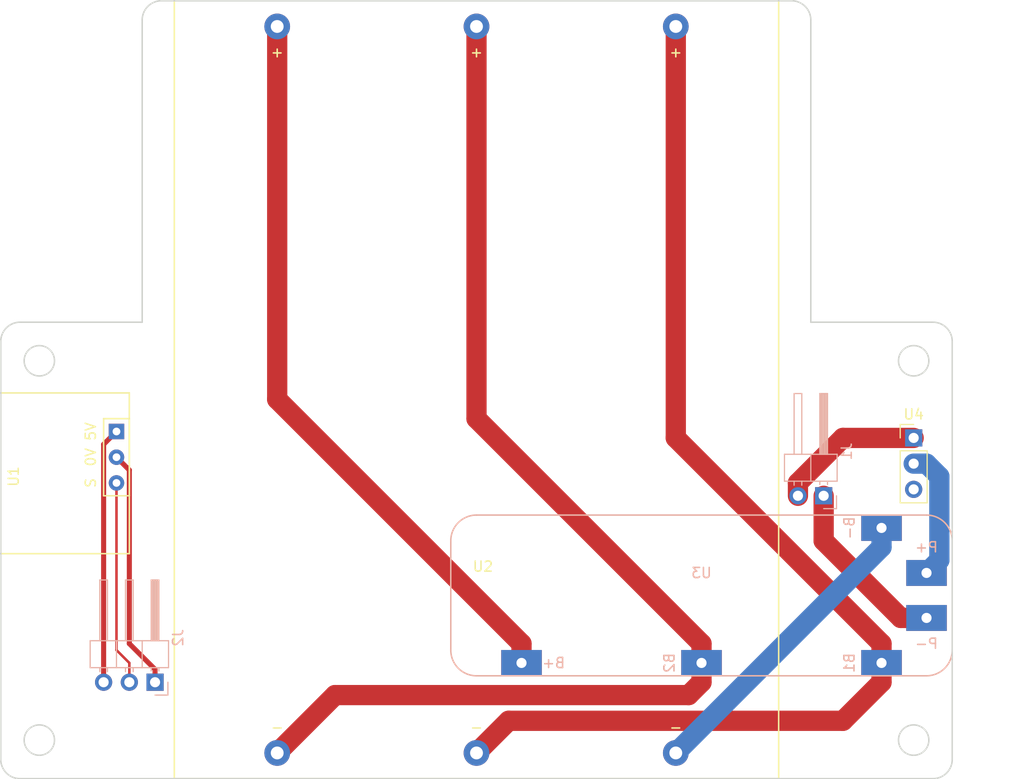
<source format=kicad_pcb>
(kicad_pcb (version 20211014) (generator pcbnew)
  (title_block (title "bigmax hat") (date "2019-05-03") (rev "v1") (company "mx"))
  (layers (0 "F.Cu" signal) (31 "B.Cu" signal) (34 "B.Paste" user) (35 "F.Paste" user) (36 "B.SilkS" user "B.Silkscreen") (37 "F.SilkS" user "F.Silkscreen") (38 "B.Mask" user) (39 "F.Mask" user) (44 "Edge.Cuts" user))
  (net 0 "")
  (net 1 "Net-(J1-Pad2)")
  (net 2 "Net-(J1-Pad1)")
  (net 3 "Net-(J2-Pad3)")
  (net 4 "Net-(J2-Pad2)")
  (net 5 "Net-(J2-Pad1)")
  (net 6 "/b+")
  (net 7 "/b1")
  (net 8 "/b2")
  (net 9 "/b-")
  (net 10 "Net-(U3-Pad1)")
  (footprint "bigmax:jsumo_micro_start" (layer "F.Cu") (at 116.84 86.995 -90)
    (fp_text reference "U1" (at 4.445 10.16 -90) (layer "F.SilkS"))
    (fp_text value "jsumo_micro_start")
    (fp_text user "5V" (at 0 2.54 -90) (layer "F.SilkS"))
    (fp_text user "S" (at 5.08 2.54 -90) (layer "F.SilkS"))
    (fp_text user "0V" (at 2.54 2.54 -90) (layer "F.SilkS"))
    (fp_line (start 12.065 -1.27) (end -3.81 -1.27) (layer "F.SilkS") (width 0.15))
    (fp_line (start 12.065 11.43) (end -3.81 11.43) (layer "F.SilkS") (width 0.15))
    (fp_line (start 6.35 1.27) (end 6.35 -1.27) (layer "F.SilkS") (width 0.15))
    (fp_line (start -1.27 -1.27) (end -1.27 1.27) (layer "F.SilkS") (width 0.15))
    (fp_line (start -1.27 1.27) (end 6.35 1.27) (layer "F.SilkS") (width 0.15))
    (fp_line (start 6.35 -1.27) (end -1.27 -1.27) (layer "F.SilkS") (width 0.15))
    (fp_line (start -3.81 -1.27) (end -3.81 11.43) (layer "F.SilkS") (width 0.15))
    (fp_line (start 12.065 -1.27) (end 12.065 11.43) (layer "F.SilkS") (width 0.15))
    (pad "1" thru_hole rect locked (at 0 0 270) (size 1.524 1.524) (drill 0.762) (layers *.Cu *.Mask) (net 3 "Net-(J2-Pad3)"))
    (pad "2" thru_hole circle locked (at 2.54 0 270) (size 1.524 1.524) (drill 0.762) (layers *.Cu *.Mask) (net 5 "Net-(J2-Pad1)"))
    (pad "3" thru_hole circle locked (at 5.08 0 270) (size 1.524 1.524) (drill 0.762) (layers *.Cu *.Mask) (net 4 "Net-(J2-Pad2)"))
  )
  (footprint "bigmax:CB-18650-PC6" (layer "F.Cu") (at 132.715 46.99)
    (fp_text reference "U2" (at 20.32 53.34) (layer "F.SilkS"))
    (fp_text value "generic_18650_3s_case")
    (fp_text user "-" (at 39.37 69.215) (layer "F.SilkS"))
    (fp_text user "+" (at 0 2.54) (layer "F.SilkS"))
    (fp_text user "-" (at 0 69.215) (layer "F.SilkS"))
    (fp_text user "+" (at 19.685 2.54) (layer "F.SilkS"))
    (fp_text user "+" (at 39.37 2.54) (layer "F.SilkS"))
    (fp_text user "-" (at 19.685 69.215) (layer "F.SilkS"))
    (fp_line (start -10.16 -2.54) (end 49.53 -2.54) (layer "F.SilkS") (width 0.15))
    (fp_line (start 49.53 -2.54) (end 49.53 74.295) (layer "F.SilkS") (width 0.15))
    (fp_line (start -10.16 74.295) (end -10.16 -2.54) (layer "F.SilkS") (width 0.15))
    (fp_line (start 49.53 74.295) (end -10.16 74.295) (layer "F.SilkS") (width 0.15))
    (pad "1" thru_hole circle locked (at 0 0) (size 2.54 2.54) (drill 1.27) (layers *.Cu *.Mask) (net 6 "/b+"))
    (pad "2" thru_hole circle locked (at 19.685 0) (size 2.54 2.54) (drill 1.27) (layers *.Cu *.Mask) (net 8 "/b2"))
    (pad "3" thru_hole circle locked (at 39.37 0) (size 2.54 2.54) (drill 1.27) (layers *.Cu *.Mask) (net 7 "/b1"))
    (pad "4" thru_hole circle locked (at 0 71.755) (size 2.54 2.54) (drill 1.27) (layers *.Cu *.Mask) (net 8 "/b2"))
    (pad "5" thru_hole circle locked (at 19.685 71.755) (size 2.54 2.54) (drill 1.27) (layers *.Cu *.Mask) (net 7 "/b1"))
    (pad "6" thru_hole circle locked (at 39.37 71.755) (size 2.54 2.54) (drill 1.27) (layers *.Cu *.Mask) (net 9 "/b-"))
  )
  (footprint "Pin_Headers:Pin_Header_Straight_1x03_Pitch2.54mm" (layer "F.Cu") (at 195.58 87.63)
    (fp_text reference "U4" (at 0 -2.33) (layer "F.SilkS"))
    (fp_text value "generic_vertical_slide_switch")
    (fp_line (start -1.33 1.27) (end -1.33 6.41) (layer "F.SilkS") (width 0.12))
    (fp_line (start -1.33 6.41) (end 1.33 6.41) (layer "F.SilkS") (width 0.12))
    (fp_line (start -1.33 0) (end -1.33 -1.33) (layer "F.SilkS") (width 0.12))
    (fp_line (start -1.33 -1.33) (end 0 -1.33) (layer "F.SilkS") (width 0.12))
    (fp_line (start 1.33 1.27) (end 1.33 6.41) (layer "F.SilkS") (width 0.12))
    (fp_line (start -1.33 1.27) (end 1.33 1.27) (layer "F.SilkS") (width 0.12))
    (pad "1" thru_hole rect locked (at 0 0) (size 1.7 1.7) (drill 1) (layers *.Cu *.Mask) (net 1 "Net-(J1-Pad2)"))
    (pad "2" thru_hole oval locked (at 0 2.54) (size 1.7 1.7) (drill 1) (layers *.Cu *.Mask) (net 10 "Net-(U3-Pad1)"))
    (pad "3" thru_hole oval locked (at 0 5.08) (size 1.7 1.7) (drill 1) (layers *.Cu *.Mask))
  )
  (footprint "Pin_Headers:Pin_Header_Angled_1x02_Pitch2.54mm" (layer "B.Cu") (at 186.69 93.345 90)
    (fp_text reference "J1" (at 4.385 2.27 90) (layer "B.SilkS") (effects (justify mirror)))
    (fp_text value "Conn_01x02")
    (fp_line (start 1.042929 -2.92) (end 1.44 -2.92) (layer "B.SilkS") (width 0.12))
    (fp_line (start 10.1 -2.16) (end 10.1 -2.92) (layer "B.SilkS") (width 0.12))
    (fp_line (start 1.44 1.33) (end 1.44 -3.87) (layer "B.SilkS") (width 0.12))
    (fp_line (start 10.1 0.38) (end 10.1 -0.38) (layer "B.SilkS") (width 0.12))
    (fp_line (start 1.44 -3.87) (end 4.1 -3.87) (layer "B.SilkS") (width 0.12))
    (fp_line (start 1.44 -1.27) (end 4.1 -1.27) (layer "B.SilkS") (width 0.12))
    (fp_line (start 4.1 1.33) (end 1.44 1.33) (layer "B.SilkS") (width 0.12))
    (fp_line (start 4.1 -0.28) (end 10.1 -0.28) (layer "B.SilkS") (width 0.12))
    (fp_line (start 4.1 0.38) (end 10.1 0.38) (layer "B.SilkS") (width 0.12))
    (fp_line (start 4.1 -0.04) (end 10.1 -0.04) (layer "B.SilkS") (width 0.12))
    (fp_line (start 1.042929 -2.16) (end 1.44 -2.16) (layer "B.SilkS") (width 0.12))
    (fp_line (start 1.11 0.38) (end 1.44 0.38) (layer "B.SilkS") (width 0.12))
    (fp_line (start -1.27 0) (end -1.27 1.27) (layer "B.SilkS") (width 0.12))
    (fp_line (start 4.1 -0.16) (end 10.1 -0.16) (layer "B.SilkS") (width 0.12))
    (fp_line (start 1.11 -0.38) (end 1.44 -0.38) (layer "B.SilkS") (width 0.12))
    (fp_line (start 10.1 -2.92) (end 4.1 -2.92) (layer "B.SilkS") (width 0.12))
    (fp_line (start 4.1 0.32) (end 10.1 0.32) (layer "B.SilkS") (width 0.12))
    (fp_line (start 4.1 -2.16) (end 10.1 -2.16) (layer "B.SilkS") (width 0.12))
    (fp_line (start -1.27 1.27) (end 0 1.27) (layer "B.SilkS") (width 0.12))
    (fp_line (start 4.1 0.2) (end 10.1 0.2) (layer "B.SilkS") (width 0.12))
    (fp_line (start 4.1 0.08) (end 10.1 0.08) (layer "B.SilkS") (width 0.12))
    (fp_line (start 4.1 -3.87) (end 4.1 1.33) (layer "B.SilkS") (width 0.12))
    (fp_line (start 10.1 -0.38) (end 4.1 -0.38) (layer "B.SilkS") (width 0.12))
    (pad "1" thru_hole rect locked (at 0 0 90) (size 1.7 1.7) (drill 1) (layers *.Cu *.Mask) (net 2 "Net-(J1-Pad1)"))
    (pad "2" thru_hole oval locked (at 0 -2.54 90) (size 1.7 1.7) (drill 1) (layers *.Cu *.Mask) (net 1 "Net-(J1-Pad2)"))
  )
  (footprint "Pin_Headers:Pin_Header_Angled_1x03_Pitch2.54mm" (layer "B.Cu") (at 120.65 111.76 90)
    (fp_text reference "J2" (at 4.385 2.27 90) (layer "B.SilkS") (effects (justify mirror)))
    (fp_text value "Conn_01x03")
    (fp_line (start 10.1 -0.38) (end 4.1 -0.38) (layer "B.SilkS") (width 0.12))
    (fp_line (start 10.1 -5.46) (end 4.1 -5.46) (layer "B.SilkS") (width 0.12))
    (fp_line (start 4.1 1.33) (end 1.44 1.33) (layer "B.SilkS") (width 0.12))
    (fp_line (start 4.1 0.38) (end 10.1 0.38) (layer "B.SilkS") (width 0.12))
    (fp_line (start 1.44 -1.27) (end 4.1 -1.27) (layer "B.SilkS") (width 0.12))
    (fp_line (start 1.042929 -2.16) (end 1.44 -2.16) (layer "B.SilkS") (width 0.12))
    (fp_line (start 1.44 -6.41) (end 4.1 -6.41) (layer "B.SilkS") (width 0.12))
    (fp_line (start 1.44 1.33) (end 1.44 -6.41) (layer "B.SilkS") (width 0.12))
    (fp_line (start 4.1 -4.7) (end 10.1 -4.7) (layer "B.SilkS") (width 0.12))
    (fp_line (start 1.11 -0.38) (end 1.44 -0.38) (layer "B.SilkS") (width 0.12))
    (fp_line (start 4.1 -0.28) (end 10.1 -0.28) (layer "B.SilkS") (width 0.12))
    (fp_line (start 10.1 -4.7) (end 10.1 -5.46) (layer "B.SilkS") (width 0.12))
    (fp_line (start 1.042929 -2.92) (end 1.44 -2.92) (layer "B.SilkS") (width 0.12))
    (fp_line (start -1.27 1.27) (end 0 1.27) (layer "B.SilkS") (width 0.12))
    (fp_line (start 4.1 -0.04) (end 10.1 -0.04) (layer "B.SilkS") (width 0.12))
    (fp_line (start 4.1 -6.41) (end 4.1 1.33) (layer "B.SilkS") (width 0.12))
    (fp_line (start 1.44 -3.81) (end 4.1 -3.81) (layer "B.SilkS") (width 0.12))
    (fp_line (start 4.1 0.32) (end 10.1 0.32) (layer "B.SilkS") (width 0.12))
    (fp_line (start 4.1 0.2) (end 10.1 0.2) (layer "B.SilkS") (width 0.12))
    (fp_line (start 1.042929 -4.7) (end 1.44 -4.7) (layer "B.SilkS") (width 0.12))
    (fp_line (start 4.1 -0.16) (end 10.1 -0.16) (layer "B.SilkS") (width 0.12))
    (fp_line (start -1.27 0) (end -1.27 1.27) (layer "B.SilkS") (width 0.12))
    (fp_line (start 10.1 -2.16) (end 10.1 -2.92) (layer "B.SilkS") (width 0.12))
    (fp_line (start 10.1 0.38) (end 10.1 -0.38) (layer "B.SilkS") (width 0.12))
    (fp_line (start 4.1 0.08) (end 10.1 0.08) (layer "B.SilkS") (width 0.12))
    (fp_line (start 4.1 -2.16) (end 10.1 -2.16) (layer "B.SilkS") (width 0.12))
    (fp_line (start 1.11 0.38) (end 1.44 0.38) (layer "B.SilkS") (width 0.12))
    (fp_line (start 1.042929 -5.46) (end 1.44 -5.46) (layer "B.SilkS") (width 0.12))
    (fp_line (start 10.1 -2.92) (end 4.1 -2.92) (layer "B.SilkS") (width 0.12))
    (pad "1" thru_hole rect locked (at 0 0 90) (size 1.7 1.7) (drill 1) (layers *.Cu *.Mask) (net 5 "Net-(J2-Pad1)"))
    (pad "2" thru_hole oval locked (at 0 -2.54 90) (size 1.7 1.7) (drill 1) (layers *.Cu *.Mask) (net 4 "Net-(J2-Pad2)"))
    (pad "3" thru_hole oval locked (at 0 -5.08 90) (size 1.7 1.7) (drill 1) (layers *.Cu *.Mask) (net 3 "Net-(J2-Pad3)"))
  )
  (footprint "bigmax:generic_bms_3s_10A" (layer "B.Cu") (at 196.85 100.965)
    (fp_text reference "U3" (at -22.225 0) (layer "B.SilkS") (effects (justify mirror)))
    (fp_text value "generic_bms_3s_10A")
    (fp_text user "P+" (at 0 -2.54) (layer "B.SilkS") (effects (justify mirror)))
    (fp_text user "B1" (at -7.62 8.89 -90) (layer "B.SilkS") (effects (justify mirror)))
    (fp_text user "B-" (at -7.62 -4.445 -90) (layer "B.SilkS") (effects (justify mirror)))
    (fp_text user "P-" (at 0 6.985) (layer "B.SilkS") (effects (justify mirror)))
    (fp_text user "B2" (at -25.4 8.89 -90) (layer "B.SilkS") (effects (justify mirror)))
    (fp_text user "B+" (at -36.83 8.89) (layer "B.SilkS") (effects (justify mirror)))
    (fp_line (start -46.99 7.62) (end -46.99 -3.175) (layer "B.SilkS") (width 0.15))
    (fp_line (start 0 10.16) (end -44.45 10.16) (layer "B.SilkS") (width 0.15))
    (fp_line (start 2.54 7.62) (end 2.54 -3.175) (layer "B.SilkS") (width 0.15))
    (fp_line (start 0 -5.715) (end -44.45 -5.715) (layer "B.SilkS") (width 0.15))
    (fp_arc (start -46.99 -3.175) (mid -46.246051 -4.971051) (end -44.45 -5.715) (layer "B.SilkS") (width 0.15))
    (fp_arc (start 0 -5.715) (mid 1.796051 -4.971051) (end 2.54 -3.175) (layer "B.SilkS") (width 0.15))
    (fp_arc (start 2.54 7.62) (mid 1.796051 9.416051) (end 0 10.16) (layer "B.SilkS") (width 0.15))
    (fp_arc (start -44.45 10.16) (mid -46.246051 9.416051) (end -46.99 7.62) (layer "B.SilkS") (width 0.15))
    (pad "1" thru_hole rect locked (at 0 0) (size 4 2.56) (drill 1) (layers *.Cu *.Mask) (net 10 "Net-(U3-Pad1)"))
    (pad "2" thru_hole rect locked (at 0 4.445) (size 4 2.56) (drill 1) (layers *.Cu *.Mask) (net 2 "Net-(J1-Pad1)"))
    (pad "3" thru_hole rect locked (at -40.005 8.89) (size 4 2.56) (drill 1) (layers *.Cu *.Mask) (net 6 "/b+"))
    (pad "4" thru_hole rect locked (at -4.445 8.89) (size 4 2.56) (drill 1) (layers *.Cu *.Mask) (net 7 "/b1"))
    (pad "5" thru_hole rect locked (at -22.225 8.89) (size 4 2.56) (drill 1) (layers *.Cu *.Mask) (net 8 "/b2"))
    (pad "6" thru_hole rect locked (at -4.445 -4.445) (size 4 2.56) (drill 1) (layers *.Cu *.Mask) (net 9 "/b-"))
  )
  (gr_line (start 105.41 78.105) (end 105.41 119.38) (layer "Edge.Cuts") (width 0.15))
  (gr_line (start 119.38 76.2) (end 119.38 46.355) (layer "Edge.Cuts") (width 0.15))
  (gr_line (start 107.315 76.2) (end 119.38 76.2) (layer "Edge.Cuts") (width 0.15))
  (gr_line (start 107.315 121.285) (end 197.485 121.285) (layer "Edge.Cuts") (width 0.15))
  (gr_line (start 199.39 78.105) (end 199.39 119.38) (layer "Edge.Cuts") (width 0.15))
  (gr_line (start 185.42 76.2) (end 197.485 76.2) (layer "Edge.Cuts") (width 0.15))
  (gr_line (start 185.42 46.355) (end 185.42 76.2) (layer "Edge.Cuts") (width 0.15))
  (gr_line (start 121.285 44.45) (end 183.515 44.45) (layer "Edge.Cuts") (width 0.15))
  (gr_circle (center 195.58 80.01) (end 197.08 80.01) (layer "Edge.Cuts") (width 0.15) (fill none))
  (gr_arc (start 183.515 44.45) (mid 184.862038 45.007962) (end 185.42 46.355) (layer "Edge.Cuts") (width 0.15))
  (gr_arc (start 105.41 78.105) (mid 105.967962 76.757962) (end 107.315 76.2) (layer "Edge.Cuts") (width 0.15))
  (gr_arc (start 107.315 121.285) (mid 105.967962 120.727038) (end 105.41 119.38) (layer "Edge.Cuts") (width 0.15))
  (gr_circle (center 195.58 117.475) (end 197.08 117.475) (layer "Edge.Cuts") (width 0.15) (fill none))
  (gr_arc (start 119.38 46.355) (mid 119.937962 45.007962) (end 121.285 44.45) (layer "Edge.Cuts") (width 0.15))
  (gr_arc (start 199.39 119.38) (mid 198.832038 120.727038) (end 197.485 121.285) (layer "Edge.Cuts") (width 0.15))
  (gr_circle (center 109.22 117.475) (end 110.72 117.475) (layer "Edge.Cuts") (width 0.15) (fill none))
  (gr_circle (center 109.22 80.01) (end 110.72 80.01) (layer "Edge.Cuts") (width 0.15) (fill none))
  (gr_arc (start 197.485 76.2) (mid 198.832038 76.757962) (end 199.39 78.105) (layer "Edge.Cuts") (width 0.15))
  (segment (start 188.595 87.63) (end 184.15 92.075) (width 2) (layer "F.Cu") (net 1))
  (segment (start 195.58 87.63) (end 188.595 87.63) (width 2) (layer "F.Cu") (net 1))
  (segment (start 184.15 92.075) (end 184.15 93.345) (width 2) (layer "F.Cu") (net 1))
  (segment (start 196.85 105.41) (end 196.13 105.41) (width 0.25) (layer "F.Cu") (net 2))
  (segment (start 186.69 97.79) (end 186.69 93.345) (width 2) (layer "F.Cu") (net 2))
  (segment (start 194.31 105.41) (end 186.69 97.79) (width 2) (layer "F.Cu") (net 2))
  (segment (start 196.85 105.41) (end 194.31 105.41) (width 2) (layer "F.Cu") (net 2))
  (segment (start 116.84 86.995) (end 115.57 88.265) (width 0.5) (layer "F.Cu") (net 3))
  (segment (start 115.57 88.265) (end 115.57 111.76) (width 0.5) (layer "F.Cu") (net 3))
  (segment (start 116.84 108.585) (end 116.84 92.075) (width 0.25) (layer "F.Cu") (net 4))
  (segment (start 118.11 109.855) (end 116.84 108.585) (width 0.25) (layer "F.Cu") (net 4))
  (segment (start 118.11 111.76) (end 118.11 109.855) (width 0.25) (layer "F.Cu") (net 4))
  (segment (start 120.65 110.49) (end 120.65 111.76) (width 0.5) (layer "F.Cu") (net 5))
  (segment (start 116.84 89.535) (end 118.11 90.805) (width 0.5) (layer "F.Cu") (net 5))
  (segment (start 118.11 107.95) (end 120.65 110.49) (width 0.5) (layer "F.Cu") (net 5))
  (segment (start 118.11 90.805) (end 118.11 107.95) (width 0.5) (layer "F.Cu") (net 5))
  (segment (start 132.715 46.99) (end 132.715 83.82) (width 2) (layer "F.Cu") (net 6))
  (segment (start 132.715 83.82) (end 156.845 107.95) (width 2) (layer "F.Cu") (net 6))
  (segment (start 156.845 107.95) (end 156.845 109.855) (width 2) (layer "F.Cu") (net 6))
  (segment (start 172.085 87.63) (end 192.405 107.95) (width 2) (layer "F.Cu") (net 7))
  (segment (start 172.085 46.99) (end 172.085 87.63) (width 2) (layer "F.Cu") (net 7))
  (segment (start 188.595 115.57) (end 192.405 111.76) (width 2) (layer "F.Cu") (net 7))
  (segment (start 155.575 115.57) (end 188.595 115.57) (width 2) (layer "F.Cu") (net 7))
  (segment (start 152.4 118.745) (end 155.575 115.57) (width 2) (layer "F.Cu") (net 7))
  (segment (start 192.405 111.76) (end 192.405 109.855) (width 2) (layer "F.Cu") (net 7))
  (segment (start 192.405 107.95) (end 192.405 109.855) (width 2) (layer "F.Cu") (net 7))
  (segment (start 138.43 113.03) (end 173.355 113.03) (width 2) (layer "F.Cu") (net 8))
  (segment (start 174.625 111.76) (end 174.625 109.855) (width 2) (layer "F.Cu") (net 8))
  (segment (start 152.4 85.725) (end 174.625 107.95) (width 2) (layer "F.Cu") (net 8))
  (segment (start 174.625 107.95) (end 174.625 109.855) (width 2) (layer "F.Cu") (net 8))
  (segment (start 173.355 113.03) (end 174.625 111.76) (width 2) (layer "F.Cu") (net 8))
  (segment (start 152.4 46.99) (end 152.4 85.725) (width 2) (layer "F.Cu") (net 8))
  (segment (start 132.715 118.745) (end 138.43 113.03) (width 2) (layer "F.Cu") (net 8))
  (segment (start 192.405 98.425) (end 192.405 96.52) (width 2) (layer "B.Cu") (net 9))
  (segment (start 172.085 118.745) (end 192.405 98.425) (width 2) (layer "B.Cu") (net 9))
  (segment (start 198.11499 99.70001) (end 196.85 100.965) (width 2) (layer "B.Cu") (net 10))
  (segment (start 195.58 90.17) (end 196.85 90.17) (width 2) (layer "B.Cu") (net 10))
  (segment (start 198.11499 91.43499) (end 198.11499 99.70001) (width 2) (layer "B.Cu") (net 10))
  (segment (start 196.85 90.17) (end 198.11499 91.43499) (width 2) (layer "B.Cu") (net 10))
)
</source>
